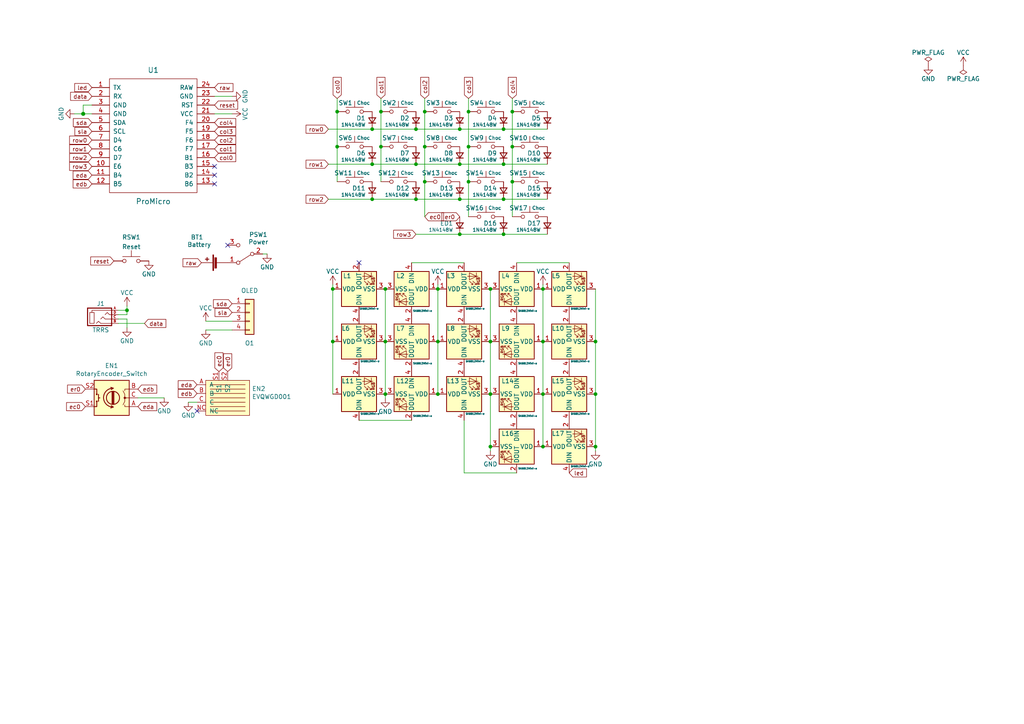
<source format=kicad_sch>
(kicad_sch (version 20211123) (generator eeschema)
  (paper "A4")
  (title_block (title "One Fell Swoop") (date "2021-11-18") (rev "0.3") (company "jmnw"))
  (lib_symbols
    (symbol "Connector_Generic:Conn_01x04" (pin_names (offset 1.016) hide)
      (property "Reference" "J" (at 0 5.08 0))
      (property "Value" "Conn_01x04" (at 0 -7.62 0))
      (symbol "Conn_01x04_1_1"
        (rectangle (start -1.27 -4.953) (end 0 -5.207) (stroke (width 0.1524)))
        (rectangle (start -1.27 -2.413) (end 0 -2.667) (stroke (width 0.1524)))
        (rectangle (start -1.27 0.127) (end 0 -0.127) (stroke (width 0.1524)))
        (rectangle (start -1.27 2.667) (end 0 2.413) (stroke (width 0.1524)))
        (rectangle (start -1.27 3.81) (end 1.27 -6.35) (stroke (width 0.254)) (fill (type background)))
        (pin passive line (at -5.08 2.54 0) (length 3.81) (name "Pin_1") (number "1"))
        (pin passive line (at -5.08 0 0) (length 3.81) (name "Pin_2") (number "2"))
        (pin passive line (at -5.08 -2.54 0) (length 3.81) (name "Pin_3") (number "3"))
        (pin passive line (at -5.08 -5.08 0) (length 3.81) (name "Pin_4") (number "4"))
      )
    )
    (symbol "Device:Battery_Cell" (pin_numbers hide) (pin_names (offset 0) hide)
      (property "Reference" "BT" (at 2.54 2.54 0))
      (property "Value" "Battery_Cell" (at 2.54 0 0))
      (symbol "Battery_Cell_0_1"
        (rectangle (start -2.286 1.778) (end 2.286 1.524) (fill (type outline)))
        (rectangle (start -1.5748 1.1938) (end 1.4732 0.6858) (fill (type outline)))
        (polyline (pts (xy 0 0.762) (xy 0 0)))
        (polyline (pts (xy 0 1.778) (xy 0 2.54)))
        (polyline (pts (xy 0.508 3.429) (xy 1.524 3.429)) (stroke (width 0.254)))
        (polyline (pts (xy 1.016 3.937) (xy 1.016 2.921)) (stroke (width 0.254)))
      )
      (symbol "Battery_Cell_1_1"
        (pin passive line (at 0 5.08 270) (length 2.54) (name "+") (number "1"))
        (pin passive line (at 0 -2.54 90) (length 2.54) (name "-") (number "2"))
      )
    )
    (symbol "Device:D_Small" (pin_numbers hide) (pin_names (offset 0.254) hide)
      (property "Reference" "D" (at -1.27 2.032 0))
      (property "Value" "D_Small" (at -3.81 -2.032 0))
      (symbol "D_Small_0_1"
        (polyline (pts (xy -0.762 -1.016) (xy -0.762 1.016)) (stroke (width 0.254)))
        (polyline (pts (xy -0.762 0) (xy 0.762 0)))
        (polyline (pts (xy 0.762 -1.016) (xy -0.762 0) (xy 0.762 1.016) (xy 0.762 -1.016)) (stroke (width 0.254)))
      )
      (symbol "D_Small_1_1"
        (pin passive line (at -2.54 0 0) (length 1.778) (name "K") (number "1"))
        (pin passive line (at 2.54 0 180) (length 1.778) (name "A") (number "2"))
      )
    )
    (symbol "Device:RotaryEncoder_Switch" (pin_names (offset 0.254) hide)
      (property "Reference" "SW" (at 0 6.604 0))
      (property "Value" "Device_RotaryEncoder_Switch" (at 0 -6.604 0))
      (symbol "RotaryEncoder_Switch_0_1"
        (rectangle (start -5.08 5.08) (end 5.08 -5.08) (stroke (width 0.254)) (fill (type background)))
        (circle (center -3.81 0) (radius 0.254) (fill (type outline)))
        (arc (start -0.381 -2.794) (mid 2.3622 -0.0635) (end -0.381 2.667) (stroke (width 0.254)))
        (circle (center -0.381 0) (radius 1.905) (stroke (width 0.254)))
        (polyline (pts (xy -0.635 -1.778) (xy -0.635 1.778)) (stroke (width 0.254)))
        (polyline (pts (xy -0.381 -1.778) (xy -0.381 1.778)) (stroke (width 0.254)))
        (polyline (pts (xy -0.127 1.778) (xy -0.127 -1.778)) (stroke (width 0.254)))
        (polyline (pts (xy 3.81 0) (xy 3.429 0)) (stroke (width 0.254)))
        (polyline (pts (xy 3.81 1.016) (xy 3.81 -1.016)) (stroke (width 0.254)))
        (polyline (pts (xy -5.08 -2.54) (xy -3.81 -2.54) (xy -3.81 -2.032)))
        (polyline (pts (xy -5.08 2.54) (xy -3.81 2.54) (xy -3.81 2.032)))
        (polyline (pts (xy 0.254 -3.048) (xy -0.508 -2.794) (xy 0.127 -2.413)) (stroke (width 0.254)))
        (polyline (pts (xy 0.254 2.921) (xy -0.508 2.667) (xy 0.127 2.286)) (stroke (width 0.254)))
        (polyline (pts (xy 5.08 -2.54) (xy 4.318 -2.54) (xy 4.318 -1.016)) (stroke (width 0.254)))
        (polyline (pts (xy 5.08 2.54) (xy 4.318 2.54) (xy 4.318 1.016)) (stroke (width 0.254)))
        (polyline (pts (xy -5.08 0) (xy -3.81 0) (xy -3.81 -1.016) (xy -3.302 -2.032)))
        (polyline (pts (xy -4.318 0) (xy -3.81 0) (xy -3.81 1.016) (xy -3.302 2.032)))
        (circle (center 4.318 -1.016) (radius 0.127) (stroke (width 0.254)))
        (circle (center 4.318 1.016) (radius 0.127) (stroke (width 0.254)))
      )
      (symbol "RotaryEncoder_Switch_1_1"
        (pin passive line (at -7.62 2.54 0) (length 2.54) (name "A") (number "A"))
        (pin passive line (at -7.62 -2.54 0) (length 2.54) (name "B") (number "B"))
        (pin passive line (at -7.62 0 0) (length 2.54) (name "C") (number "C"))
        (pin passive line (at 7.62 2.54 180) (length 2.54) (name "S1") (number "S1"))
        (pin passive line (at 7.62 -2.54 180) (length 2.54) (name "S2") (number "S2"))
      )
    )
    (symbol "Switch:SW_Push" (pin_numbers hide) (pin_names (offset 1.016) hide)
      (property "Reference" "SW" (at 1.27 2.54 0))
      (property "Value" "SW_Push" (at 0 -1.524 0))
      (symbol "SW_Push_0_1"
        (circle (center -2.032 0) (radius 0.508))
        (polyline (pts (xy 0 1.27) (xy 0 3.048)))
        (polyline (pts (xy 2.54 1.27) (xy -2.54 1.27)))
        (circle (center 2.032 0) (radius 0.508))
        (pin passive line (at -5.08 0 0) (length 2.54) (name "1") (number "1"))
        (pin passive line (at 5.08 0 180) (length 2.54) (name "2") (number "2"))
      )
    )
    (symbol "Switch:SW_SPDT" (pin_names (offset 0) hide)
      (property "Reference" "SW" (at 0 4.318 0))
      (property "Value" "SW_SPDT" (at 0 -5.08 0))
      (symbol "SW_SPDT_0_0"
        (circle (center -2.032 0) (radius 0.508))
        (circle (center 2.032 -2.54) (radius 0.508))
      )
      (symbol "SW_SPDT_0_1"
        (polyline (pts (xy -1.524 0.254) (xy 1.651 2.286)))
        (circle (center 2.032 2.54) (radius 0.508))
      )
      (symbol "SW_SPDT_1_1"
        (pin passive line (at 5.08 2.54 180) (length 2.54) (name "A") (number "1"))
        (pin passive line (at -5.08 0 0) (length 2.54) (name "B") (number "2"))
        (pin passive line (at 5.08 -2.54 180) (length 2.54) (name "C") (number "3"))
      )
    )
    (symbol "power:GND" (power) (pin_names (offset 0))
      (property "Value" "GND" (at 0 -3.81 0))
      (symbol "GND_0_1"
        (polyline (pts (xy 0 0) (xy 0 -1.27) (xy 1.27 -1.27) (xy 0 -2.54) (xy -1.27 -1.27) (xy 0 -1.27)))
      )
      (symbol "GND_1_1"
        (pin power_in line (at 0 0 270) (length 0) hide (name "GND") (number "1"))
      )
    )
    (symbol "power:PWR_FLAG" (power) (pin_numbers hide) (pin_names (offset 0) hide)
      (property "Value" "PWR_FLAG" (at 0 3.81 0))
      (symbol "PWR_FLAG_0_0"
        (pin power_out line (at 0 0 90) (length 0) (name "pwr") (number "1"))
      )
      (symbol "PWR_FLAG_0_1"
        (polyline (pts (xy 0 0) (xy 0 1.27) (xy -1.016 1.905) (xy 0 2.54) (xy 1.016 1.905) (xy 0 1.27)))
      )
    )
    (symbol "power:VCC" (power) (pin_names (offset 0))
      (property "Value" "VCC" (at 0 3.81 0))
      (symbol "VCC_0_1"
        (polyline (pts (xy -0.762 1.27) (xy 0 2.54)))
        (polyline (pts (xy 0 0) (xy 0 2.54)))
        (polyline (pts (xy 0 2.54) (xy 0.762 1.27)))
      )
      (symbol "VCC_1_1"
        (pin power_in line (at 0 0 90) (length 0) hide (name "VCC") (number "1"))
      )
    )
    (symbol "swoop:EVQWGD001" (pin_names (offset 1.016))
      (property "Reference" "EN2" (at 7.0612 1.3716 0))
      (property "Value" "EVQWGD001" (at 7.0612 -0.9398 0))
      (symbol "EVQWGD001_0_1"
        (rectangle (start -6.35 3.81) (end 6.35 -6.35) (fill (type background)))
        (polyline (pts (xy -5.08 -5.08) (xy 5.08 -5.08)))
        (polyline (pts (xy -5.08 -3.81) (xy 5.08 -3.81)))
        (polyline (pts (xy -5.08 -2.54) (xy 5.08 -2.54)))
        (polyline (pts (xy -5.08 -1.27) (xy 5.08 -1.27)))
        (polyline (pts (xy -5.08 0) (xy 5.08 0)))
        (polyline (pts (xy -5.08 1.27) (xy 5.08 1.27)))
        (polyline (pts (xy -5.08 2.54) (xy 5.08 2.54)))
      )
      (symbol "EVQWGD001_1_1"
        (pin output line (at -8.89 2.54 0) (length 2.54) (name "A") (number "A"))
        (pin output line (at -8.89 0 0) (length 2.54) (name "B") (number "B"))
        (pin passive line (at -8.89 -2.54 0) (length 2.54) (name "C") (number "C"))
        (pin unspecified line (at -8.89 -5.08 0) (length 2.54) (name "NC") (number "NC"))
        (pin output line (at -2.54 6.35 270) (length 2.54) (name "S1") (number "S1"))
        (pin output line (at 0 6.35 270) (length 2.54) (name "S2") (number "S2"))
      )
    )
    (symbol "swoop:MJ-4PP-9-kbd-corne-light-rescue" (pin_names (offset 1.016))
      (property "Reference" "J" (at 0 3.81 0))
      (property "Value" "MJ-4PP-9-kbd-corne-light-rescue" (at 0 -3.81 0))
      (symbol "MJ-4PP-9-kbd-corne-light-rescue_0_1"
        (rectangle (start -1.905 -1.905) (end -3.175 1.27))
        (polyline (pts (xy -2.54 1.27) (xy -2.54 1.905) (xy 3.175 1.905)))
        (polyline (pts (xy -1.27 -1.905) (xy -0.635 -1.27) (xy 0 -1.905) (xy 3.175 -1.905)))
        (polyline (pts (xy 0 -0.635) (xy 0.635 0) (xy 1.27 -0.635) (xy 3.175 -0.635)))
        (polyline (pts (xy 1.27 0.635) (xy 1.905 1.27) (xy 2.54 0.635) (xy 3.175 0.635)))
        (rectangle (start 3.175 2.54) (end -3.81 -2.54) (stroke (width 0.3048)))
      )
      (symbol "MJ-4PP-9-kbd-corne-light-rescue_1_1"
        (pin input line (at 5.08 1.905 180) (length 2.0066) (name "~") (number "A"))
        (pin input line (at 5.08 -1.905 180) (length 2.0066) (name "~") (number "B"))
        (pin input line (at 5.08 -0.635 180) (length 2.0066) (name "~") (number "C"))
        (pin input line (at 5.08 0.635 180) (length 2.0066) (name "~") (number "D"))
      )
    )
    (symbol "swoop:ProMicro-kbd-corne-light-rescue" (pin_names (offset 1.016))
      (property "Reference" "U" (at 0 24.13 0))
      (property "Value" "ProMicro-kbd-corne-light-rescue" (at 0 -13.97 0))
      (symbol "ProMicro-kbd-corne-light-rescue_0_1"
        (rectangle (start -12.7 21.59) (end 12.7 -11.43))
      )
      (symbol "ProMicro-kbd-corne-light-rescue_1_1"
        (pin bidirectional line (at -17.78 19.05 0) (length 5.08) (name "TX") (number "1"))
        (pin bidirectional line (at -17.78 -3.81 0) (length 5.08) (name "E6") (number "10"))
        (pin bidirectional line (at -17.78 -6.35 0) (length 5.08) (name "B4") (number "11"))
        (pin bidirectional line (at -17.78 -8.89 0) (length 5.08) (name "B5") (number "12"))
        (pin bidirectional line (at 17.78 -8.89 180) (length 5.08) (name "B6") (number "13"))
        (pin bidirectional line (at 17.78 -6.35 180) (length 5.08) (name "B2") (number "14"))
        (pin bidirectional line (at 17.78 -3.81 180) (length 5.08) (name "B3") (number "15"))
        (pin bidirectional line (at 17.78 -1.27 180) (length 5.08) (name "B1") (number "16"))
        (pin bidirectional line (at 17.78 1.27 180) (length 5.08) (name "F7") (number "17"))
        (pin bidirectional line (at 17.78 3.81 180) (length 5.08) (name "F6") (number "18"))
        (pin bidirectional line (at 17.78 6.35 180) (length 5.08) (name "F5") (number "19"))
        (pin bidirectional line (at -17.78 16.51 0) (length 5.08) (name "RX") (number "2"))
        (pin bidirectional line (at 17.78 8.89 180) (length 5.08) (name "F4") (number "20"))
        (pin power_in line (at 17.78 11.43 180) (length 5.08) (name "VCC") (number "21"))
        (pin input line (at 17.78 13.97 180) (length 5.08) (name "RST") (number "22"))
        (pin power_in line (at 17.78 16.51 180) (length 5.08) (name "GND") (number "23"))
        (pin power_out line (at 17.78 19.05 180) (length 5.08) (name "RAW") (number "24"))
        (pin power_in line (at -17.78 13.97 0) (length 5.08) (name "GND") (number "3"))
        (pin power_in line (at -17.78 11.43 0) (length 5.08) (name "GND") (number "4"))
        (pin bidirectional line (at -17.78 8.89 0) (length 5.08) (name "SDA") (number "5"))
        (pin bidirectional line (at -17.78 6.35 0) (length 5.08) (name "SCL") (number "6"))
        (pin bidirectional line (at -17.78 3.81 0) (length 5.08) (name "D4") (number "7"))
        (pin bidirectional line (at -17.78 1.27 0) (length 5.08) (name "C6") (number "8"))
        (pin bidirectional line (at -17.78 -1.27 0) (length 5.08) (name "D7") (number "9"))
      )
    )
    (symbol "swoop:SK6812MINI-E" (pin_names (offset 0.254))
      (property "Reference" "L1" (at -4.699 3.81 90))
      (property "Value" "SK6812MINI-E" (at 2.921 -5.715 90))
      (symbol "SK6812MINI-E_0_0"
        (text "RGB" (at 2.286 -4.191 0) (effects (font (size 0.762 0.762))))
      )
      (symbol "SK6812MINI-E_0_1"
        (polyline (pts (xy 1.27 -3.556) (xy 1.778 -3.556)))
        (polyline (pts (xy 1.27 -2.54) (xy 1.778 -2.54)))
        (polyline (pts (xy 4.699 -3.556) (xy 2.667 -3.556)))
        (polyline (pts (xy 2.286 -2.54) (xy 1.27 -3.556) (xy 1.27 -3.048)))
        (polyline (pts (xy 2.286 -1.524) (xy 1.27 -2.54) (xy 1.27 -2.032)))
        (polyline (pts (xy 3.683 -1.016) (xy 3.683 -3.556) (xy 3.683 -4.064)))
        (polyline (pts (xy 4.699 -1.524) (xy 2.667 -1.524) (xy 3.683 -3.556) (xy 4.699 -1.524)))
        (rectangle (start 5.08 5.08) (end -5.08 -5.08) (stroke (width 0.254)) (fill (type background)))
      )
      (symbol "SK6812MINI-E_1_1"
        (pin power_in line (at 0 7.62 270) (length 2.54) (name "VDD") (number "1"))
        (pin output line (at 7.62 0 180) (length 2.54) (name "DOUT") (number "2"))
        (pin power_in line (at 0 -7.62 90) (length 2.54) (name "VSS") (number "3"))
        (pin input line (at -7.62 0 0) (length 2.54) (name "DIN") (number "4"))
      )
    )
  )
  (junction (at 135.89 32.385))
  (junction (at 148.59 32.385))
  (junction (at 133.35 47.625))
  (junction (at 123.19 42.545))
  (junction (at 142.24 129.54))
  (junction (at 172.72 129.54))
  (junction (at 127 83.82))
  (junction (at 157.48 99.06))
  (junction (at 120.65 57.785))
  (junction (at 135.89 52.705))
  (junction (at 107.95 47.625))
  (junction (at 110.49 32.385))
  (junction (at 24.13 33.02) (diameter 1.016))
  (junction (at 111.76 99.06))
  (junction (at 148.59 42.545))
  (junction (at 142.24 99.06))
  (junction (at 36.83 89.9945))
  (junction (at 111.76 83.82))
  (junction (at 135.89 42.545))
  (junction (at 123.19 52.705))
  (junction (at 110.49 42.545))
  (junction (at 148.59 52.705))
  (junction (at 146.05 67.945))
  (junction (at 157.48 83.82))
  (junction (at 146.05 57.785))
  (junction (at 107.95 37.465))
  (junction (at 97.79 32.385))
  (junction (at 157.48 114.3))
  (junction (at 127 114.3))
  (junction (at 142.24 83.82))
  (junction (at 146.05 47.625))
  (junction (at 146.05 37.465))
  (junction (at 107.95 57.785))
  (junction (at 142.24 114.3))
  (junction (at 127 99.06))
  (junction (at 172.72 114.3))
  (junction (at 123.19 32.385))
  (junction (at 120.65 37.465))
  (junction (at 111.76 114.3))
  (junction (at 96.52 83.82))
  (junction (at 157.48 129.54))
  (junction (at 133.35 67.945))
  (junction (at 172.72 99.06))
  (junction (at 97.79 42.545))
  (junction (at 120.65 47.625))
  (junction (at 133.35 57.785))
  (junction (at 96.52 99.06))
  (junction (at 133.35 37.465))
  (no_connect (at 66.04 71.12))
  (no_connect (at 62.23 53.34))
  (no_connect (at 57.15 119.2045))
  (no_connect (at 104.14 76.2))
  (no_connect (at 62.23 48.26))
  (no_connect (at 62.23 50.8))
  (wire (pts (xy 34.29 91.2645) (xy 36.83 91.2645)))
  (wire (pts (xy 123.19 32.385) (xy 123.19 42.545)))
  (wire (pts (xy 123.19 28.575) (xy 123.19 32.385)))
  (wire (pts (xy 123.19 52.705) (xy 123.19 62.865)))
  (wire (pts (xy 123.19 42.545) (xy 123.19 52.705)))
  (wire (pts (xy 110.49 32.385) (xy 110.49 42.545)))
  (wire (pts (xy 110.49 28.575) (xy 110.49 32.385)))
  (wire (pts (xy 110.49 42.545) (xy 110.49 52.705)))
  (wire (pts (xy 134.62 121.92) (xy 134.62 137.16)))
  (wire (pts (xy 111.76 99.06) (xy 111.76 114.3)))
  (wire (pts (xy 111.76 83.82) (xy 111.76 99.06)))
  (wire (pts (xy 62.23 27.94) (xy 67.31 27.94)))
  (wire (pts (xy 120.65 67.945) (xy 133.35 67.945)))
  (wire (pts (xy 133.35 67.945) (xy 146.05 67.945)))
  (wire (pts (xy 146.05 67.945) (xy 158.75 67.945)))
  (wire (pts (xy 172.72 114.3) (xy 172.72 129.54)))
  (wire (pts (xy 172.72 99.06) (xy 172.72 114.3)))
  (wire (pts (xy 172.72 83.82) (xy 172.72 99.06)))
  (wire (pts (xy 104.14 121.92) (xy 119.38 121.92)))
  (wire (pts (xy 111.76 114.3) (xy 111.76 115.57)))
  (wire (pts (xy 157.48 99.06) (xy 157.48 114.3)))
  (wire (pts (xy 157.48 83.82) (xy 157.48 99.06)))
  (wire (pts (xy 157.48 114.3) (xy 157.48 129.54)))
  (wire (pts (xy 96.52 99.06) (xy 96.52 114.3)))
  (wire (pts (xy 96.52 83.82) (xy 96.52 99.06)))
  (wire (pts (xy 36.83 92.5345) (xy 36.83 95.0745)))
  (wire (pts (xy 62.23 33.02) (xy 67.31 33.02)))
  (wire (pts (xy 24.13 33.02) (xy 26.67 33.02)))
  (wire (pts (xy 135.89 32.385) (xy 135.89 42.545)))
  (wire (pts (xy 135.89 28.575) (xy 135.89 32.385)))
  (wire (pts (xy 135.89 42.545) (xy 135.89 52.705)))
  (wire (pts (xy 135.89 52.705) (xy 135.89 62.865)))
  (wire (pts (xy 95.25 57.785) (xy 107.95 57.785)))
  (wire (pts (xy 133.35 57.785) (xy 146.05 57.785)))
  (wire (pts (xy 120.65 57.785) (xy 133.35 57.785)))
  (wire (pts (xy 107.95 57.785) (xy 120.65 57.785)))
  (wire (pts (xy 146.05 57.785) (xy 158.75 57.785)))
  (wire (pts (xy 95.25 47.625) (xy 107.95 47.625)))
  (wire (pts (xy 120.65 47.625) (xy 133.35 47.625)))
  (wire (pts (xy 133.35 47.625) (xy 146.05 47.625)))
  (wire (pts (xy 107.95 47.625) (xy 120.65 47.625)))
  (wire (pts (xy 146.05 47.625) (xy 158.75 47.625)))
  (wire (pts (xy 26.67 30.48) (xy 24.13 30.48)))
  (wire (pts (xy 142.24 99.06) (xy 142.24 114.3)))
  (wire (pts (xy 142.24 83.82) (xy 142.24 99.06)))
  (wire (pts (xy 95.25 37.465) (xy 107.95 37.465)))
  (wire (pts (xy 120.65 37.465) (xy 133.35 37.465)))
  (wire (pts (xy 133.35 37.465) (xy 146.05 37.465)))
  (wire (pts (xy 107.95 37.465) (xy 120.65 37.465)))
  (wire (pts (xy 146.05 37.465) (xy 158.75 37.465)))
  (wire (pts (xy 149.86 76.2) (xy 165.1 76.2)))
  (wire (pts (xy 59.69 93.1695) (xy 67.31 93.1695)))
  (wire (pts (xy 149.86 137.16) (xy 134.62 137.16)))
  (wire (pts (xy 24.13 30.48) (xy 24.13 33.02)))
  (wire (pts (xy 34.29 89.9945) (xy 36.83 89.9945)))
  (wire (pts (xy 34.29 93.8045) (xy 41.91 93.8045)))
  (wire (pts (xy 54.61 116.6645) (xy 57.15 116.6645)))
  (wire (pts (xy 157.48 82.55) (xy 157.48 83.82)))
  (wire (pts (xy 96.52 82.55) (xy 96.52 83.82)))
  (wire (pts (xy 142.24 114.3) (xy 142.24 129.54)))
  (wire (pts (xy 40.005 115.3945) (xy 47.625 115.3945)))
  (wire (pts (xy 119.38 76.2) (xy 134.62 76.2)))
  (wire (pts (xy 21.59 33.02) (xy 24.13 33.02)))
  (wire (pts (xy 97.79 32.385) (xy 97.79 42.545)))
  (wire (pts (xy 97.79 28.575) (xy 97.79 32.385)))
  (wire (pts (xy 97.79 42.545) (xy 97.79 52.705)))
  (wire (pts (xy 59.69 95.7095) (xy 67.31 95.7095)))
  (wire (pts (xy 127 99.06) (xy 127 114.3)))
  (wire (pts (xy 127 83.82) (xy 127 99.06)))
  (wire (pts (xy 34.29 92.5345) (xy 36.83 92.5345)))
  (wire (pts (xy 36.83 89.9945) (xy 36.83 88.7245)))
  (wire (pts (xy 36.83 91.2645) (xy 36.83 89.9945)))
  (wire (pts (xy 172.72 129.54) (xy 172.72 130.81)))
  (wire (pts (xy 142.24 129.54) (xy 142.24 130.81)))
  (wire (pts (xy 76.2 73.66) (xy 77.47 73.66)))
  (wire (pts (xy 127 82.55) (xy 127 83.82)))
  (wire (pts (xy 148.59 28.575) (xy 148.59 32.385)))
  (wire (pts (xy 148.59 42.545) (xy 148.59 52.705)))
  (wire (pts (xy 148.59 32.385) (xy 148.59 42.545)))
  (wire (pts (xy 148.59 52.705) (xy 148.59 62.865)))
  (global_label "row2" (shape input) (at 26.67 45.72 180) (effects (font (size 1.1938 1.1938))) (property "Intersheet References" "${INTERSHEET_REFS}" (effects hide)))
  (global_label "raw" (shape input) (at 62.23 25.4 0) (effects (font (size 1.1938 1.1938))) (property "Intersheet References" "${INTERSHEET_REFS}" (effects hide)))
  (global_label "er0" (shape input) (at 24.765 112.8545 180) (effects (font (size 1.1938 1.1938))) (property "Intersheet References" "${INTERSHEET_REFS}" (effects hide)))
  (global_label "row3" (shape input) (at 26.67 48.26 180) (effects (font (size 1.1938 1.1938))) (property "Intersheet References" "${INTERSHEET_REFS}" (effects hide)))
  (global_label "reset" (shape input) (at 62.23 30.48 0) (effects (font (size 1.1938 1.1938))) (property "Intersheet References" "${INTERSHEET_REFS}" (effects hide)))
  (global_label "ec0" (shape input) (at 24.765 117.9345 180) (effects (font (size 1.1938 1.1938))) (property "Intersheet References" "${INTERSHEET_REFS}" (effects hide)))
  (global_label "ec0" (shape input) (at 123.19 62.865 0) (effects (font (size 1.1938 1.1938))) (property "Intersheet References" "${INTERSHEET_REFS}" (effects hide)))
  (global_label "row3" (shape input) (at 120.65 67.945 180) (effects (font (size 1.1938 1.1938))) (property "Intersheet References" "${INTERSHEET_REFS}" (effects hide)))
  (global_label "eda" (shape input) (at 26.67 50.8 180) (effects (font (size 1.1938 1.1938))) (property "Intersheet References" "${INTERSHEET_REFS}" (effects hide)))
  (global_label "ec0" (shape input) (at 63.5 107.7745 90) (effects (font (size 1.1938 1.1938))) (property "Intersheet References" "${INTERSHEET_REFS}" (effects hide)))
  (global_label "sla" (shape input) (at 67.31 90.6295 180) (effects (font (size 1.1938 1.1938))) (property "Intersheet References" "${INTERSHEET_REFS}" (effects hide)))
  (global_label "row2" (shape input) (at 95.25 57.785 180) (effects (font (size 1.1938 1.1938))) (property "Intersheet References" "${INTERSHEET_REFS}" (effects hide)))
  (global_label "sla" (shape input) (at 26.67 38.1 180) (effects (font (size 1.1938 1.1938))) (property "Intersheet References" "${INTERSHEET_REFS}" (effects hide)))
  (global_label "sda" (shape input) (at 67.31 88.0895 180) (effects (font (size 1.1938 1.1938))) (property "Intersheet References" "${INTERSHEET_REFS}" (effects hide)))
  (global_label "col1" (shape input) (at 62.23 43.18 0) (effects (font (size 1.1938 1.1938))) (property "Intersheet References" "${INTERSHEET_REFS}" (effects hide)))
  (global_label "col1" (shape input) (at 110.49 28.575 90) (effects (font (size 1.1938 1.1938))) (property "Intersheet References" "${INTERSHEET_REFS}" (effects hide)))
  (global_label "er0" (shape input) (at 133.35 62.865 180) (effects (font (size 1.1938 1.1938))) (property "Intersheet References" "${INTERSHEET_REFS}" (effects hide)))
  (global_label "raw" (shape input) (at 58.42 76.2 180) (effects (font (size 1.1938 1.1938))) (property "Intersheet References" "${INTERSHEET_REFS}" (effects hide)))
  (global_label "col3" (shape input) (at 62.23 38.1 0) (effects (font (size 1.1938 1.1938))) (property "Intersheet References" "${INTERSHEET_REFS}" (effects hide)))
  (global_label "col2" (shape input) (at 62.23 40.64 0) (effects (font (size 1.1938 1.1938))) (property "Intersheet References" "${INTERSHEET_REFS}" (effects hide)))
  (global_label "led" (shape input) (at 26.67 25.4 180) (effects (font (size 1.1938 1.1938))) (property "Intersheet References" "${INTERSHEET_REFS}" (effects hide)))
  (global_label "col2" (shape input) (at 123.19 28.575 90) (effects (font (size 1.1938 1.1938))) (property "Intersheet References" "${INTERSHEET_REFS}" (effects hide)))
  (global_label "edb" (shape input) (at 26.67 53.34 180) (effects (font (size 1.1938 1.1938))) (property "Intersheet References" "${INTERSHEET_REFS}" (effects hide)))
  (global_label "data" (shape input) (at 26.67 27.94 180) (effects (font (size 1.1938 1.1938))) (property "Intersheet References" "${INTERSHEET_REFS}" (effects hide)))
  (global_label "edb" (shape input) (at 40.005 112.8545 0) (effects (font (size 1.1938 1.1938))) (property "Intersheet References" "${INTERSHEET_REFS}" (effects hide)))
  (global_label "col3" (shape input) (at 135.89 28.575 90) (effects (font (size 1.1938 1.1938))) (property "Intersheet References" "${INTERSHEET_REFS}" (effects hide)))
  (global_label "row1" (shape input) (at 26.67 43.18 180) (effects (font (size 1.1938 1.1938))) (property "Intersheet References" "${INTERSHEET_REFS}" (effects hide)))
  (global_label "edb" (shape input) (at 57.15 114.1245 180) (effects (font (size 1.1938 1.1938))) (property "Intersheet References" "${INTERSHEET_REFS}" (effects hide)))
  (global_label "sda" (shape input) (at 26.67 35.56 180) (effects (font (size 1.1938 1.1938))) (property "Intersheet References" "${INTERSHEET_REFS}" (effects hide)))
  (global_label "col4" (shape input) (at 148.59 28.575 90) (effects (font (size 1.1938 1.1938))) (property "Intersheet References" "${INTERSHEET_REFS}" (effects hide)))
  (global_label "col0" (shape input) (at 97.79 28.575 90) (effects (font (size 1.1938 1.1938))) (property "Intersheet References" "${INTERSHEET_REFS}" (effects hide)))
  (global_label "reset" (shape input) (at 33.02 75.6919 180) (effects (font (size 1.1938 1.1938))) (property "Intersheet References" "${INTERSHEET_REFS}" (effects hide)))
  (global_label "row0" (shape input) (at 95.25 37.465 180) (effects (font (size 1.1938 1.1938))) (property "Intersheet References" "${INTERSHEET_REFS}" (effects hide)))
  (global_label "data" (shape input) (at 41.91 93.8045 0) (effects (font (size 1.1938 1.1938))) (property "Intersheet References" "${INTERSHEET_REFS}" (effects hide)))
  (global_label "col0" (shape input) (at 62.23 45.72 0) (effects (font (size 1.1938 1.1938))) (property "Intersheet References" "${INTERSHEET_REFS}" (effects hide)))
  (global_label "led" (shape input) (at 165.1 137.16 0) (effects (font (size 1.1938 1.1938))) (property "Intersheet References" "${INTERSHEET_REFS}" (effects hide)))
  (global_label "col4" (shape input) (at 62.23 35.56 0) (effects (font (size 1.1938 1.1938))) (property "Intersheet References" "${INTERSHEET_REFS}" (effects hide)))
  (global_label "row0" (shape input) (at 26.67 40.64 180) (effects (font (size 1.1938 1.1938))) (property "Intersheet References" "${INTERSHEET_REFS}" (effects hide)))
  (global_label "eda" (shape input) (at 57.15 111.5845 180) (effects (font (size 1.1938 1.1938))) (property "Intersheet References" "${INTERSHEET_REFS}" (effects hide)))
  (global_label "row1" (shape input) (at 95.25 47.625 180) (effects (font (size 1.1938 1.1938))) (property "Intersheet References" "${INTERSHEET_REFS}" (effects hide)))
  (global_label "er0" (shape input) (at 66.04 107.7745 90) (effects (font (size 1.1938 1.1938))) (property "Intersheet References" "${INTERSHEET_REFS}" (effects hide)))
  (global_label "eda" (shape input) (at 40.005 117.9345 0) (effects (font (size 1.1938 1.1938))) (property "Intersheet References" "${INTERSHEET_REFS}" (effects hide)))
  (symbol (lib_id "swoop:ProMicro-kbd-corne-light-rescue") (at 44.45 44.45 0) (unit 1)
    (property "Reference" "U1" (at 44.45 20.32 0) (effects (font (size 1.524 1.524))))
    (property "Value" "ProMicro" (at 44.45 58.42 0) (effects (font (size 1.524 1.524))))
    (property "Footprint" "swoop:ProMicro_jumpers" (effects hide))
  )
  (symbol (lib_id "power:GND") (at 67.31 27.94 90) (unit 1)
    (property "Reference" "#PWR03" (effects hide))
    (property "Value" "GND" (at 71.12 27.94 0))
  )
  (symbol (lib_id "power:VCC") (at 67.31 33.02 270) (unit 1)
    (property "Reference" "#PWR05" (effects hide))
    (property "Value" "VCC" (at 71.12 33.02 0))
  )
  (symbol (lib_id "power:GND") (at 21.59 33.02 270) (unit 1)
    (property "Reference" "#PWR04" (effects hide))
    (property "Value" "GND" (at 17.78 33.02 0))
  )
  (symbol (lib_id "power:GND") (at 269.24 19.05 0) (unit 1)
    (property "Reference" "#PWR01" (effects hide))
    (property "Value" "GND" (at 269.24 22.86 0))
  )
  (symbol (lib_id "power:VCC") (at 279.4 19.05 0) (unit 1)
    (property "Reference" "#PWR02" (effects hide))
    (property "Value" "VCC" (at 279.4 15.24 0))
  )
  (symbol (lib_id "power:PWR_FLAG") (at 279.4 19.05 180) (unit 1)
    (property "Reference" "#FLG02" (effects hide))
    (property "Value" "PWR_FLAG" (at 279.4 22.86 0))
  )
  (symbol (lib_id "power:PWR_FLAG") (at 269.24 19.05 0) (unit 1)
    (property "Reference" "#FLG01" (effects hide))
    (property "Value" "PWR_FLAG" (at 269.24 15.24 0))
  )
  (symbol (lib_id "power:VCC") (at 36.83 88.7245 0) (unit 1)
    (property "Reference" "#PWR06" (effects hide))
    (property "Value" "VCC" (at 36.83 84.9145 0))
  )
  (symbol (lib_id "power:GND") (at 36.83 95.0745 0) (unit 1)
    (property "Reference" "#PWR08" (effects hide))
    (property "Value" "GND" (at 36.83 98.8845 0))
  )
  (symbol (lib_id "swoop:MJ-4PP-9-kbd-corne-light-rescue") (at 29.21 91.8995 0) (unit 1)
    (property "Reference" "J1" (at 29.21 88.0895 0))
    (property "Value" "TRRS" (at 29.21 95.7095 0))
    (property "Footprint" "swoop:TRRS-3pin" (effects hide))
  )
  (symbol (lib_id "Device:D_Small") (at 146.05 34.925 90) (unit 1)
    (property "Reference" "D4" (at 144.145 34.29 90) (effects (justify left)))
    (property "Value" " 1N4148W" (at 144.145 36.195 90) (effects (font (size 1 1)) (justify left)))
    (property "Footprint" "swoop:D3_SMD" (effects hide))
  )
  (symbol (lib_id "swoop:SK6812MINI-E") (at 165.1 114.3 90) (unit 1)
    (property "Reference" "L15" (at 160.02 110.49 90) (effects (justify right)))
    (property "Value" "SK6812Mini-e" (at 168.275 120.015 90) (effects (font (size 0.5 0.5))))
    (property "Footprint" "swoop:SK6812_Mini_E" (effects hide))
    (property "JLCPCB BOM" "0" (effects hide))
  )
  (symbol (lib_id "Device:D_Small") (at 107.95 55.245 90) (unit 1)
    (property "Reference" "D11" (at 106.045 54.61 90) (effects (justify left)))
    (property "Value" " 1N4148W" (at 106.045 56.515 90) (effects (font (size 1 1)) (justify left)))
    (property "Footprint" "swoop:D3_SMD" (effects hide))
  )
  (symbol (lib_id "Device:D_Small") (at 120.65 34.925 90) (unit 1)
    (property "Reference" "D2" (at 118.745 34.29 90) (effects (justify left)))
    (property "Value" " 1N4148W" (at 118.745 36.195 90) (effects (font (size 1 1)) (justify left)))
    (property "Footprint" "swoop:D3_SMD" (effects hide))
  )
  (symbol (lib_id "Switch:SW_Push") (at 128.27 32.385 0) (unit 1)
    (property "Reference" "SW3" (at 127.635 29.845 0) (effects (justify right)))
    (property "Value" "Choc" (at 128.905 29.845 0) (effects (font (size 1 1)) (justify left)))
    (property "Footprint" "swoop:Choc" (effects hide))
  )
  (symbol (lib_id "swoop:SK6812MINI-E") (at 104.14 99.06 90) (unit 1)
    (property "Reference" "L6" (at 99.06 95.25 90) (effects (justify right)))
    (property "Value" "SK6812Mini-e" (at 107.315 104.775 90) (effects (font (size 0.5 0.5))))
    (property "Footprint" "swoop:SK6812_Mini_E" (effects hide))
    (property "JLCPCB BOM" "0" (effects hide))
  )
  (symbol (lib_id "swoop:SK6812MINI-E") (at 134.62 114.3 90) (unit 1)
    (property "Reference" "L13" (at 129.54 110.49 90) (effects (justify right)))
    (property "Value" "SK6812Mini-e" (at 137.795 120.015 90) (effects (font (size 0.5 0.5))))
    (property "Footprint" "swoop:SK6812_Mini_E" (effects hide))
    (property "JLCPCB BOM" "0" (effects hide))
  )
  (symbol (lib_id "Switch:SW_Push") (at 38.1 75.6919 0) (unit 1)
    (property "Reference" "RSW1" (at 38.1 68.8044 0))
    (property "Value" "Reset" (at 38.1 71.5795 0))
    (property "Footprint" "swoop:Reset" (effects hide))
  )
  (symbol (lib_id "Device:D_Small") (at 107.95 45.085 90) (unit 1)
    (property "Reference" "D6" (at 106.045 44.45 90) (effects (justify left)))
    (property "Value" " 1N4148W" (at 106.045 46.355 90) (effects (font (size 1 1)) (justify left)))
    (property "Footprint" "swoop:D3_SMD" (effects hide))
  )
  (symbol (lib_id "power:GND") (at 111.76 115.57 0) (unit 1)
    (property "Reference" "#PWR011" (effects hide))
    (property "Value" "GND" (at 111.76 119.38 0))
  )
  (symbol (lib_id "Device:D_Small") (at 158.75 45.085 90) (unit 1)
    (property "Reference" "D10" (at 156.845 44.45 90) (effects (justify left)))
    (property "Value" " 1N4148W" (at 156.845 46.355 90) (effects (font (size 1 1)) (justify left)))
    (property "Footprint" "swoop:D3_SMD" (effects hide))
  )
  (symbol (lib_id "Device:D_Small") (at 133.35 45.085 90) (unit 1)
    (property "Reference" "D8" (at 131.445 44.45 90) (effects (justify left)))
    (property "Value" " 1N4148W" (at 131.445 46.355 90) (effects (font (size 1 1)) (justify left)))
    (property "Footprint" "swoop:D3_SMD" (effects hide))
  )
  (symbol (lib_id "swoop:SK6812MINI-E") (at 149.86 99.06 270) (unit 1)
    (property "Reference" "L9" (at 145.415 95.25 90) (effects (justify left)))
    (property "Value" "SK6812Mini-e" (at 153.035 105.41 90) (effects (font (size 0.5 0.5))))
    (property "Footprint" "swoop:SK6812_Mini_E" (effects hide))
    (property "JLCPCB BOM" "0" (effects hide))
  )
  (symbol (lib_id "power:GND") (at 77.47 73.66 0) (unit 1)
    (property "Reference" "#PWR0101" (effects hide))
    (property "Value" "GND" (at 77.47 77.47 0))
  )
  (symbol (lib_id "Switch:SW_Push") (at 115.57 32.385 0) (unit 1)
    (property "Reference" "SW2" (at 114.935 29.845 0) (effects (justify right)))
    (property "Value" "Choc" (at 116.205 29.845 0) (effects (font (size 1 1)) (justify left)))
    (property "Footprint" "swoop:Choc" (effects hide))
  )
  (symbol (lib_id "Device:D_Small") (at 146.05 45.085 90) (unit 1)
    (property "Reference" "D9" (at 144.145 44.45 90) (effects (justify left)))
    (property "Value" " 1N4148W" (at 144.145 46.355 90) (effects (font (size 1 1)) (justify left)))
    (property "Footprint" "swoop:D3_SMD" (effects hide))
  )
  (symbol (lib_id "Switch:SW_Push") (at 153.67 42.545 0) (unit 1)
    (property "Reference" "SW10" (at 153.035 40.005 0) (effects (justify right)))
    (property "Value" "Choc" (at 154.305 40.005 0) (effects (font (size 1 1)) (justify left)))
    (property "Footprint" "swoop:Choc" (effects hide))
  )
  (symbol (lib_id "swoop:SK6812MINI-E") (at 165.1 129.54 90) (unit 1)
    (property "Reference" "L17" (at 160.02 125.73 90) (effects (justify right)))
    (property "Value" "SK6812Mini-e" (at 168.275 135.255 90) (effects (font (size 0.5 0.5))))
    (property "Footprint" "swoop:SK6812_Mini_E" (effects hide))
    (property "JLCPCB BOM" "0" (effects hide))
  )
  (symbol (lib_id "Switch:SW_Push") (at 102.87 32.385 0) (unit 1)
    (property "Reference" "SW1" (at 102.235 29.845 0) (effects (justify right)))
    (property "Value" "Choc" (at 103.505 29.845 0) (effects (font (size 1 1)) (justify left)))
    (property "Footprint" "swoop:Choc" (effects hide))
  )
  (symbol (lib_id "swoop:SK6812MINI-E") (at 165.1 83.82 90) (unit 1)
    (property "Reference" "L5" (at 160.02 80.01 90) (effects (justify right)))
    (property "Value" "SK6812Mini-e" (at 168.275 89.535 90) (effects (font (size 0.5 0.5))))
    (property "Footprint" "swoop:SK6812_Mini_E" (effects hide))
    (property "JLCPCB BOM" "0" (effects hide))
  )
  (symbol (lib_id "swoop:SK6812MINI-E") (at 149.86 83.82 270) (unit 1)
    (property "Reference" "L4" (at 145.415 80.01 90) (effects (justify left)))
    (property "Value" "SK6812Mini-e" (at 153.035 90.17 90) (effects (font (size 0.5 0.5))))
    (property "Footprint" "swoop:SK6812_Mini_E" (effects hide))
    (property "JLCPCB BOM" "0" (effects hide))
  )
  (symbol (lib_id "Device:D_Small") (at 133.35 65.405 90) (unit 1)
    (property "Reference" "ED1" (at 131.445 64.77 90) (effects (justify left)))
    (property "Value" " 1N4148W" (at 131.445 66.675 90) (effects (font (size 1 1)) (justify left)))
    (property "Footprint" "swoop:D3_SMD" (effects hide))
  )
  (symbol (lib_id "power:GND") (at 54.61 116.6645 0) (unit 1)
    (property "Reference" "#PWR0103" (effects hide))
    (property "Value" "GND" (at 54.61 120.4745 0))
  )
  (symbol (lib_id "power:GND") (at 142.24 130.81 0) (unit 1)
    (property "Reference" "#PWR012" (effects hide))
    (property "Value" "GND" (at 142.24 134.62 0))
  )
  (symbol (lib_id "swoop:SK6812MINI-E") (at 165.1 99.06 90) (unit 1)
    (property "Reference" "L10" (at 160.02 95.25 90) (effects (justify right)))
    (property "Value" "SK6812Mini-e" (at 168.275 104.775 90) (effects (font (size 0.5 0.5))))
    (property "Footprint" "swoop:SK6812_Mini_E" (effects hide))
    (property "JLCPCB BOM" "0" (effects hide))
  )
  (symbol (lib_id "Device:Battery_Cell") (at 63.5 76.2 90) (unit 1)
    (property "Reference" "BT1" (at 57.15 68.8044 90))
    (property "Value" "Battery" (at 57.785 70.9445 90))
    (property "Footprint" "swoop:Battery_pads" (effects hide))
  )
  (symbol (lib_id "Device:D_Small") (at 133.35 55.245 90) (unit 1)
    (property "Reference" "D13" (at 131.445 54.61 90) (effects (justify left)))
    (property "Value" " 1N4148W" (at 131.445 56.515 90) (effects (font (size 1 1)) (justify left)))
    (property "Footprint" "swoop:D3_SMD" (effects hide))
  )
  (symbol (lib_id "Device:D_Small") (at 158.75 65.405 90) (unit 1)
    (property "Reference" "D17" (at 156.845 64.77 90) (effects (justify left)))
    (property "Value" " 1N4148W" (at 156.845 66.675 90) (effects (font (size 1 1)) (justify left)))
    (property "Footprint" "swoop:D3_SMD" (effects hide))
  )
  (symbol (lib_id "swoop:SK6812MINI-E") (at 119.38 99.06 270) (unit 1)
    (property "Reference" "L7" (at 114.935 95.25 90) (effects (justify left)))
    (property "Value" "SK6812Mini-e" (at 122.555 105.41 90) (effects (font (size 0.5 0.5))))
    (property "Footprint" "swoop:SK6812_Mini_E" (effects hide))
    (property "JLCPCB BOM" "0" (effects hide))
  )
  (symbol (lib_id "Switch:SW_Push") (at 140.97 32.385 0) (unit 1)
    (property "Reference" "SW4" (at 140.335 29.845 0) (effects (justify right)))
    (property "Value" "Choc" (at 141.605 29.845 0) (effects (font (size 1 1)) (justify left)))
    (property "Footprint" "swoop:Choc" (effects hide))
  )
  (symbol (lib_id "swoop:EVQWGD001") (at 66.04 114.1245 0) (unit 1)
    (property "Reference" "EN2" (at 73.1012 112.7529 0) (effects (justify left)))
    (property "Value" "EVQWGD001" (at 73.1012 115.0643 0) (effects (justify left)))
    (property "Footprint" "swoop:RollerEncoder" (effects hide))
  )
  (symbol (lib_id "power:GND") (at 59.69 95.7095 0) (unit 1)
    (property "Reference" "#PWR0104" (effects hide))
    (property "Value" "GND" (at 59.69 99.5195 0))
  )
  (symbol (lib_id "power:VCC") (at 157.48 82.55 0) (unit 1)
    (property "Reference" "#PWR010" (effects hide))
    (property "Value" "VCC" (at 157.48 78.74 0))
  )
  (symbol (lib_id "swoop:SK6812MINI-E") (at 119.38 83.82 270) (unit 1)
    (property "Reference" "L2" (at 114.935 80.01 90) (effects (justify left)))
    (property "Value" "SK6812Mini-e" (at 122.555 90.17 90) (effects (font (size 0.5 0.5))))
    (property "Footprint" "swoop:SK6812_Mini_E" (effects hide))
    (property "JLCPCB BOM" "0" (effects hide))
  )
  (symbol (lib_id "power:GND") (at 47.625 115.3945 0) (unit 1)
    (property "Reference" "#PWR0106" (effects hide))
    (property "Value" "GND" (at 47.625 119.2045 0))
  )
  (symbol (lib_id "power:VCC") (at 127 82.55 0) (unit 1)
    (property "Reference" "#PWR09" (effects hide))
    (property "Value" "VCC" (at 127 78.74 0))
  )
  (symbol (lib_id "swoop:SK6812MINI-E") (at 104.14 114.3 90) (unit 1)
    (property "Reference" "L11" (at 99.06 110.49 90) (effects (justify right)))
    (property "Value" "SK6812Mini-e" (at 107.315 120.015 90) (effects (font (size 0.5 0.5))))
    (property "Footprint" "swoop:SK6812_Mini_E" (effects hide))
    (property "JLCPCB BOM" "0" (effects hide))
  )
  (symbol (lib_id "Device:D_Small") (at 158.75 34.925 90) (unit 1)
    (property "Reference" "D5" (at 156.845 34.29 90) (effects (justify left)))
    (property "Value" " 1N4148W" (at 156.845 36.195 90) (effects (font (size 1 1)) (justify left)))
    (property "Footprint" "swoop:D3_SMD" (effects hide))
  )
  (symbol (lib_id "Switch:SW_Push") (at 102.87 52.705 0) (unit 1)
    (property "Reference" "SW11" (at 102.235 50.165 0) (effects (justify right)))
    (property "Value" "Choc" (at 103.505 50.165 0) (effects (font (size 1 1)) (justify left)))
    (property "Footprint" "swoop:Choc" (effects hide))
  )
  (symbol (lib_id "Switch:SW_Push") (at 128.27 42.545 0) (unit 1)
    (property "Reference" "SW8" (at 127.635 40.005 0) (effects (justify right)))
    (property "Value" "Choc" (at 128.905 40.005 0) (effects (font (size 1 1)) (justify left)))
    (property "Footprint" "swoop:Choc" (effects hide))
  )
  (symbol (lib_id "Switch:SW_Push") (at 115.57 52.705 0) (unit 1)
    (property "Reference" "SW12" (at 114.935 50.165 0) (effects (justify right)))
    (property "Value" "Choc" (at 116.205 50.165 0) (effects (font (size 1 1)) (justify left)))
    (property "Footprint" "swoop:Choc" (effects hide))
  )
  (symbol (lib_id "Switch:SW_Push") (at 153.67 32.385 0) (unit 1)
    (property "Reference" "SW5" (at 153.035 29.845 0) (effects (justify right)))
    (property "Value" "Choc" (at 154.305 29.845 0) (effects (font (size 1 1)) (justify left)))
    (property "Footprint" "swoop:Choc" (effects hide))
  )
  (symbol (lib_id "Device:RotaryEncoder_Switch") (at 32.385 115.3945 180) (unit 1)
    (property "Reference" "EN1" (at 32.385 106.0727 0))
    (property "Value" "RotaryEncoder_Switch" (at 32.385 108.3841 0))
    (property "Footprint" "swoop:RotaryEncoder" (effects hide))
  )
  (symbol (lib_id "Device:D_Small") (at 107.95 34.925 90) (unit 1)
    (property "Reference" "D1" (at 106.045 34.29 90) (effects (justify left)))
    (property "Value" " 1N4148W" (at 106.045 36.195 90) (effects (font (size 1 1)) (justify left)))
    (property "Footprint" "swoop:D3_SMD" (effects hide))
  )
  (symbol (lib_id "power:GND") (at 172.72 130.81 0) (unit 1)
    (property "Reference" "#PWR013" (effects hide))
    (property "Value" "GND" (at 172.72 134.62 0))
  )
  (symbol (lib_id "Device:D_Small") (at 120.65 45.085 90) (unit 1)
    (property "Reference" "D7" (at 118.745 44.45 90) (effects (justify left)))
    (property "Value" " 1N4148W" (at 118.745 46.355 90) (effects (font (size 1 1)) (justify left)))
    (property "Footprint" "swoop:D3_SMD" (effects hide))
  )
  (symbol (lib_id "Connector_Generic:Conn_01x04") (at 72.39 90.6295 0) (unit 1)
    (property "Reference" "O1" (at 72.39 99.5195 0))
    (property "Value" "OLED" (at 72.39 84.2795 0))
    (property "Footprint" "swoop:OLED_jumpers" (effects hide))
  )
  (symbol (lib_id "Switch:SW_Push") (at 153.67 62.865 0) (unit 1)
    (property "Reference" "SW17" (at 153.035 60.325 0) (effects (justify right)))
    (property "Value" "Choc" (at 154.305 60.325 0) (effects (font (size 1 1)) (justify left)))
    (property "Footprint" "swoop:Choc" (effects hide))
  )
  (symbol (lib_id "Switch:SW_Push") (at 140.97 62.865 0) (unit 1)
    (property "Reference" "SW16" (at 140.335 60.325 0) (effects (justify right)))
    (property "Value" "Choc" (at 141.605 60.325 0) (effects (font (size 1 1)) (justify left)))
    (property "Footprint" "swoop:Choc" (effects hide))
  )
  (symbol (lib_id "swoop:SK6812MINI-E") (at 119.38 114.3 270) (unit 1)
    (property "Reference" "L12" (at 114.935 110.49 90) (effects (justify left)))
    (property "Value" "SK6812Mini-e" (at 122.555 120.65 90) (effects (font (size 0.5 0.5))))
    (property "Footprint" "swoop:SK6812_Mini_E" (effects hide))
    (property "JLCPCB BOM" "0" (effects hide))
  )
  (symbol (lib_id "swoop:SK6812MINI-E") (at 149.86 129.54 270) (unit 1)
    (property "Reference" "L16" (at 145.415 125.73 90) (effects (justify left)))
    (property "Value" "SK6812Mini-e" (at 153.035 135.89 90) (effects (font (size 0.5 0.5))))
    (property "Footprint" "swoop:SK6812_Mini_E" (effects hide))
    (property "JLCPCB BOM" "0" (effects hide))
  )
  (symbol (lib_id "Switch:SW_Push") (at 102.87 42.545 0) (unit 1)
    (property "Reference" "SW6" (at 102.235 40.005 0) (effects (justify right)))
    (property "Value" "Choc" (at 103.505 40.005 0) (effects (font (size 1 1)) (justify left)))
    (property "Footprint" "swoop:Choc" (effects hide))
  )
  (symbol (lib_id "power:GND") (at 43.18 75.6919 0) (unit 1)
    (property "Reference" "#PWR0102" (effects hide))
    (property "Value" "GND" (at 43.18 79.5019 0))
  )
  (symbol (lib_id "swoop:SK6812MINI-E") (at 134.62 99.06 90) (unit 1)
    (property "Reference" "L8" (at 129.54 95.25 90) (effects (justify right)))
    (property "Value" "SK6812Mini-e" (at 137.795 104.775 90) (effects (font (size 0.5 0.5))))
    (property "Footprint" "swoop:SK6812_Mini_E" (effects hide))
    (property "JLCPCB BOM" "0" (effects hide))
  )
  (symbol (lib_id "Device:D_Small") (at 158.75 55.245 90) (unit 1)
    (property "Reference" "D15" (at 156.845 54.61 90) (effects (justify left)))
    (property "Value" " 1N4148W" (at 156.845 56.515 90) (effects (font (size 1 1)) (justify left)))
    (property "Footprint" "swoop:D3_SMD" (effects hide))
  )
  (symbol (lib_id "Device:D_Small") (at 120.65 55.245 90) (unit 1)
    (property "Reference" "D12" (at 118.745 54.61 90) (effects (justify left)))
    (property "Value" " 1N4148W" (at 118.745 56.515 90) (effects (font (size 1 1)) (justify left)))
    (property "Footprint" "swoop:D3_SMD" (effects hide))
  )
  (symbol (lib_id "swoop:SK6812MINI-E") (at 104.14 83.82 90) (unit 1)
    (property "Reference" "L1" (at 99.441 80.01 90) (effects (justify right)))
    (property "Value" "SK6812Mini-e" (at 107.061 89.535 90) (effects (font (size 0.5 0.5))))
    (property "Footprint" "swoop:SK6812_Mini_E" (effects hide))
    (property "JLCPCB BOM" "0" (effects hide))
  )
  (symbol (lib_id "Switch:SW_Push") (at 140.97 52.705 0) (unit 1)
    (property "Reference" "SW14" (at 140.335 50.165 0) (effects (justify right)))
    (property "Value" "Choc" (at 141.605 50.165 0) (effects (font (size 1 1)) (justify left)))
    (property "Footprint" "swoop:Choc" (effects hide))
  )
  (symbol (lib_id "swoop:SK6812MINI-E") (at 149.86 114.3 270) (unit 1)
    (property "Reference" "L14" (at 145.415 110.49 90) (effects (justify left)))
    (property "Value" "SK6812Mini-e" (at 153.035 120.65 90) (effects (font (size 0.5 0.5))))
    (property "Footprint" "swoop:SK6812_Mini_E" (effects hide))
    (property "JLCPCB BOM" "0" (effects hide))
  )
  (symbol (lib_id "Switch:SW_Push") (at 153.67 52.705 0) (unit 1)
    (property "Reference" "SW15" (at 153.035 50.165 0) (effects (justify right)))
    (property "Value" "Choc" (at 154.305 50.165 0) (effects (font (size 1 1)) (justify left)))
    (property "Footprint" "swoop:Choc" (effects hide))
  )
  (symbol (lib_id "Switch:SW_Push") (at 140.97 42.545 0) (unit 1)
    (property "Reference" "SW9" (at 140.335 40.005 0) (effects (justify right)))
    (property "Value" "Choc" (at 141.605 40.005 0) (effects (font (size 1 1)) (justify left)))
    (property "Footprint" "swoop:Choc" (effects hide))
  )
  (symbol (lib_id "Switch:SW_Push") (at 115.57 42.545 0) (unit 1)
    (property "Reference" "SW7" (at 114.935 40.005 0) (effects (justify right)))
    (property "Value" "Choc" (at 116.205 40.005 0) (effects (font (size 1 1)) (justify left)))
    (property "Footprint" "swoop:Choc" (effects hide))
  )
  (symbol (lib_id "Device:D_Small") (at 146.05 55.245 90) (unit 1)
    (property "Reference" "D14" (at 144.145 54.61 90) (effects (justify left)))
    (property "Value" " 1N4148W" (at 144.145 56.515 90) (effects (font (size 1 1)) (justify left)))
    (property "Footprint" "swoop:D3_SMD" (effects hide))
  )
  (symbol (lib_id "Switch:SW_Push") (at 128.27 52.705 0) (unit 1)
    (property "Reference" "SW13" (at 127.635 50.165 0) (effects (justify right)))
    (property "Value" "Choc" (at 128.905 50.165 0) (effects (font (size 1 1)) (justify left)))
    (property "Footprint" "swoop:Choc" (effects hide))
  )
  (symbol (lib_id "Device:D_Small") (at 146.05 65.405 90) (unit 1)
    (property "Reference" "D16" (at 144.145 64.77 90) (effects (justify left)))
    (property "Value" " 1N4148W" (at 144.145 66.675 90) (effects (font (size 1 1)) (justify left)))
    (property "Footprint" "swoop:D3_SMD" (effects hide))
  )
  (symbol (lib_id "power:VCC") (at 96.52 82.55 0) (unit 1)
    (property "Reference" "#PWR07" (effects hide))
    (property "Value" "VCC" (at 96.52 78.74 0))
  )
  (symbol (lib_id "swoop:SK6812MINI-E") (at 134.62 83.82 90) (unit 1)
    (property "Reference" "L3" (at 129.54 80.01 90) (effects (justify right)))
    (property "Value" "SK6812Mini-e" (at 137.795 89.535 90) (effects (font (size 0.5 0.5))))
    (property "Footprint" "swoop:SK6812_Mini_E" (effects hide))
    (property "JLCPCB BOM" "0" (effects hide))
  )
  (symbol (lib_id "Switch:SW_SPDT") (at 71.12 73.66 180) (unit 1)
    (property "Reference" "PSW1" (at 74.93 68.0424 0))
    (property "Value" "Power" (at 74.93 70.1825 0))
    (property "Footprint" "swoop:Power" (effects hide))
  )
  (symbol (lib_id "power:VCC") (at 59.69 93.1695 0) (unit 1)
    (property "Reference" "#PWR0105" (effects hide))
    (property "Value" "VCC" (at 59.69 89.3595 0))
  )
  (symbol (lib_id "Device:D_Small") (at 133.35 34.925 90) (unit 1)
    (property "Reference" "D3" (at 131.445 34.29 90) (effects (justify left)))
    (property "Value" " 1N4148W" (at 131.445 36.195 90) (effects (font (size 1 1)) (justify left)))
    (property "Footprint" "swoop:D3_SMD" (effects hide))
  )
)
</source>
